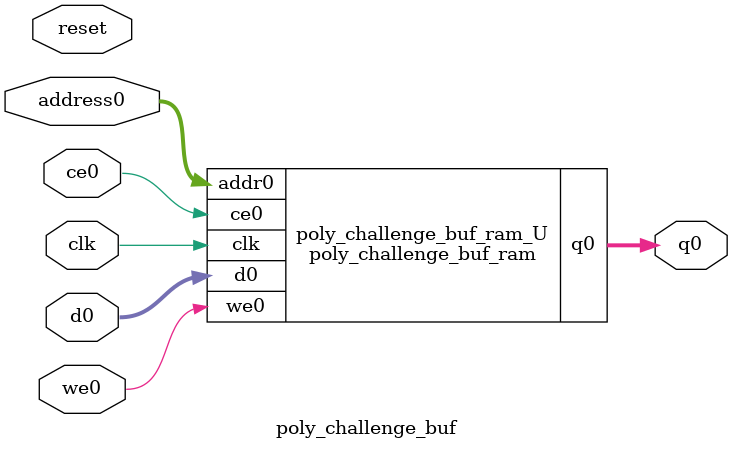
<source format=v>
`timescale 1 ns / 1 ps
module poly_challenge_buf_ram (addr0, ce0, d0, we0, q0,  clk);

parameter DWIDTH = 8;
parameter AWIDTH = 8;
parameter MEM_SIZE = 136;

input[AWIDTH-1:0] addr0;
input ce0;
input[DWIDTH-1:0] d0;
input we0;
output reg[DWIDTH-1:0] q0;
input clk;

(* ram_style = "block" *)reg [DWIDTH-1:0] ram[0:MEM_SIZE-1];




always @(posedge clk)  
begin 
    if (ce0) begin
        if (we0) 
            ram[addr0] <= d0; 
        q0 <= ram[addr0];
    end
end


endmodule

`timescale 1 ns / 1 ps
module poly_challenge_buf(
    reset,
    clk,
    address0,
    ce0,
    we0,
    d0,
    q0);

parameter DataWidth = 32'd8;
parameter AddressRange = 32'd136;
parameter AddressWidth = 32'd8;
input reset;
input clk;
input[AddressWidth - 1:0] address0;
input ce0;
input we0;
input[DataWidth - 1:0] d0;
output[DataWidth - 1:0] q0;



poly_challenge_buf_ram poly_challenge_buf_ram_U(
    .clk( clk ),
    .addr0( address0 ),
    .ce0( ce0 ),
    .we0( we0 ),
    .d0( d0 ),
    .q0( q0 ));

endmodule


</source>
